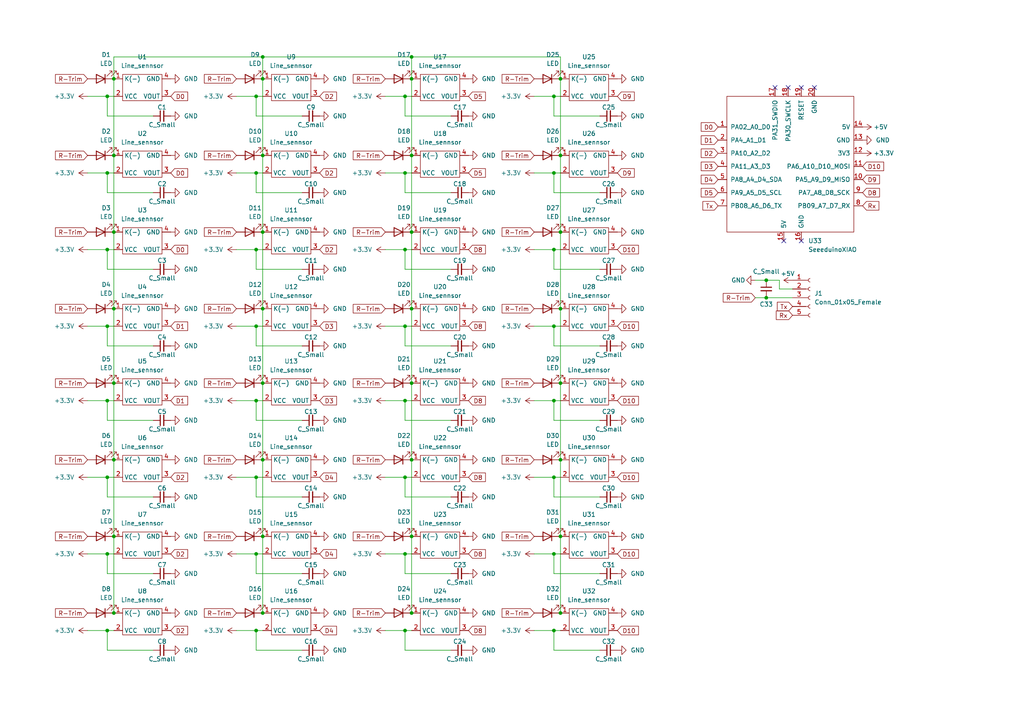
<source format=kicad_sch>
(kicad_sch (version 20211123) (generator eeschema)
  (paper "A4")
  (junction (at 117.475 72.39))
  (junction (at 31.115 94.615))
  (junction (at 160.655 160.655))
  (junction (at 74.295 160.655))
  (junction (at 31.115 27.94))
  (junction (at 119.38 67.31))
  (junction (at 76.2 67.31))
  (junction (at 31.115 116.205))
  (junction (at 76.2 22.86))
  (junction (at 74.295 138.43))
  (junction (at 33.02 45.085))
  (junction (at 117.475 27.94))
  (junction (at 33.02 89.535))
  (junction (at 33.02 155.575))
  (junction (at 31.115 160.655))
  (junction (at 76.2 45.085))
  (junction (at 74.295 50.165))
  (junction (at 119.38 155.575))
  (junction (at 117.475 182.88))
  (junction (at 119.38 16.51))
  (junction (at 117.475 50.165))
  (junction (at 33.02 177.8))
  (junction (at 31.115 50.165))
  (junction (at 119.38 111.125))
  (junction (at 76.2 16.51))
  (junction (at 31.115 182.88))
  (junction (at 162.56 155.575))
  (junction (at 160.655 116.205))
  (junction (at 74.295 27.94))
  (junction (at 117.475 116.205))
  (junction (at 222.25 81.28))
  (junction (at 162.56 177.8))
  (junction (at 31.115 138.43))
  (junction (at 33.02 111.125))
  (junction (at 74.295 72.39))
  (junction (at 160.655 27.94))
  (junction (at 33.02 133.35))
  (junction (at 76.2 89.535))
  (junction (at 162.56 22.86))
  (junction (at 160.655 182.88))
  (junction (at 119.38 133.35))
  (junction (at 117.475 94.615))
  (junction (at 33.02 22.86))
  (junction (at 117.475 138.43))
  (junction (at 160.655 94.615))
  (junction (at 160.655 50.165))
  (junction (at 76.2 111.125))
  (junction (at 33.02 67.31))
  (junction (at 31.115 72.39))
  (junction (at 222.25 86.36))
  (junction (at 119.38 45.085))
  (junction (at 119.38 22.86))
  (junction (at 76.2 155.575))
  (junction (at 117.475 160.655))
  (junction (at 119.38 177.8))
  (junction (at 162.56 133.35))
  (junction (at 74.295 182.88))
  (junction (at 162.56 67.31))
  (junction (at 76.2 177.8))
  (junction (at 119.38 89.535))
  (junction (at 76.2 133.35))
  (junction (at 162.56 45.085))
  (junction (at 74.295 94.615))
  (junction (at 160.655 138.43))
  (junction (at 162.56 111.125))
  (junction (at 74.295 116.205))
  (junction (at 160.655 72.39))
  (junction (at 162.56 89.535))
  (no_connect (at 236.22 25.4))
  (no_connect (at 232.41 25.4))
  (no_connect (at 232.41 69.85))
  (no_connect (at 228.6 25.4))
  (no_connect (at 224.79 25.4))
  (no_connect (at 227.33 69.85))
  (wire (pts (xy 25.4 94.615) (xy 31.115 94.615)))
  (wire (pts (xy 160.655 116.205) (xy 162.56 116.205)))
  (wire (pts (xy 117.475 50.165) (xy 117.475 55.88)))
  (wire (pts (xy 74.295 138.43) (xy 74.295 144.145)))
  (wire (pts (xy 25.4 116.205) (xy 31.115 116.205)))
  (wire (pts (xy 68.58 138.43) (xy 74.295 138.43)))
  (wire (pts (xy 117.475 116.205) (xy 117.475 121.92)))
  (wire (pts (xy 76.2 67.31) (xy 76.2 89.535)))
  (wire (pts (xy 68.58 116.205) (xy 74.295 116.205)))
  (wire (pts (xy 154.94 116.205) (xy 160.655 116.205)))
  (wire (pts (xy 154.94 94.615) (xy 160.655 94.615)))
  (wire (pts (xy 74.295 144.145) (xy 87.63 144.145)))
  (wire (pts (xy 33.02 16.51) (xy 76.2 16.51)))
  (wire (pts (xy 74.295 116.205) (xy 76.2 116.205)))
  (wire (pts (xy 76.2 155.575) (xy 76.2 177.8)))
  (wire (pts (xy 160.655 94.615) (xy 162.56 94.615)))
  (wire (pts (xy 33.02 22.86) (xy 33.02 45.085)))
  (wire (pts (xy 222.25 86.36) (xy 229.87 86.36)))
  (wire (pts (xy 31.115 50.165) (xy 31.115 55.88)))
  (wire (pts (xy 154.94 160.655) (xy 160.655 160.655)))
  (wire (pts (xy 119.38 155.575) (xy 119.38 177.8)))
  (wire (pts (xy 33.02 133.35) (xy 33.02 155.575)))
  (wire (pts (xy 162.56 22.86) (xy 162.56 45.085)))
  (wire (pts (xy 160.655 160.655) (xy 160.655 166.37)))
  (wire (pts (xy 154.94 72.39) (xy 160.655 72.39)))
  (wire (pts (xy 160.655 160.655) (xy 162.56 160.655)))
  (wire (pts (xy 162.56 89.535) (xy 162.56 111.125)))
  (wire (pts (xy 76.2 22.86) (xy 76.2 45.085)))
  (wire (pts (xy 31.115 160.655) (xy 31.115 166.37)))
  (wire (pts (xy 74.295 72.39) (xy 76.2 72.39)))
  (wire (pts (xy 154.94 50.165) (xy 160.655 50.165)))
  (wire (pts (xy 31.115 50.165) (xy 33.02 50.165)))
  (wire (pts (xy 74.295 188.595) (xy 87.63 188.595)))
  (wire (pts (xy 31.115 27.94) (xy 31.115 33.655)))
  (wire (pts (xy 226.06 81.28) (xy 222.25 81.28)))
  (wire (pts (xy 74.295 55.88) (xy 87.63 55.88)))
  (wire (pts (xy 111.76 160.655) (xy 117.475 160.655)))
  (wire (pts (xy 160.655 72.39) (xy 162.56 72.39)))
  (wire (pts (xy 68.58 27.94) (xy 74.295 27.94)))
  (wire (pts (xy 160.655 33.655) (xy 173.99 33.655)))
  (wire (pts (xy 160.655 138.43) (xy 162.56 138.43)))
  (wire (pts (xy 160.655 138.43) (xy 160.655 144.145)))
  (wire (pts (xy 160.655 166.37) (xy 173.99 166.37)))
  (wire (pts (xy 219.075 81.28) (xy 222.25 81.28)))
  (wire (pts (xy 68.58 50.165) (xy 74.295 50.165)))
  (wire (pts (xy 31.115 72.39) (xy 33.02 72.39)))
  (wire (pts (xy 31.115 138.43) (xy 33.02 138.43)))
  (wire (pts (xy 162.56 155.575) (xy 162.56 177.8)))
  (wire (pts (xy 160.655 27.94) (xy 162.56 27.94)))
  (wire (pts (xy 74.295 50.165) (xy 74.295 55.88)))
  (wire (pts (xy 154.94 138.43) (xy 160.655 138.43)))
  (wire (pts (xy 31.115 100.33) (xy 44.45 100.33)))
  (wire (pts (xy 31.115 182.88) (xy 33.02 182.88)))
  (wire (pts (xy 74.295 27.94) (xy 76.2 27.94)))
  (wire (pts (xy 162.56 67.31) (xy 162.56 89.535)))
  (wire (pts (xy 160.655 78.105) (xy 173.99 78.105)))
  (wire (pts (xy 31.115 78.105) (xy 44.45 78.105)))
  (wire (pts (xy 74.295 138.43) (xy 76.2 138.43)))
  (wire (pts (xy 74.295 160.655) (xy 74.295 166.37)))
  (wire (pts (xy 117.475 72.39) (xy 119.38 72.39)))
  (wire (pts (xy 160.655 116.205) (xy 160.655 121.92)))
  (wire (pts (xy 111.76 27.94) (xy 117.475 27.94)))
  (wire (pts (xy 111.76 94.615) (xy 117.475 94.615)))
  (wire (pts (xy 117.475 188.595) (xy 130.81 188.595)))
  (wire (pts (xy 74.295 27.94) (xy 74.295 33.655)))
  (wire (pts (xy 31.115 94.615) (xy 31.115 100.33)))
  (wire (pts (xy 117.475 160.655) (xy 117.475 166.37)))
  (wire (pts (xy 74.295 160.655) (xy 76.2 160.655)))
  (wire (pts (xy 31.115 166.37) (xy 44.45 166.37)))
  (wire (pts (xy 68.58 160.655) (xy 74.295 160.655)))
  (wire (pts (xy 31.115 116.205) (xy 31.115 121.92)))
  (wire (pts (xy 117.475 27.94) (xy 119.38 27.94)))
  (wire (pts (xy 33.02 155.575) (xy 33.02 177.8)))
  (wire (pts (xy 74.295 33.655) (xy 87.63 33.655)))
  (wire (pts (xy 160.655 50.165) (xy 160.655 55.88)))
  (wire (pts (xy 76.2 111.125) (xy 76.2 133.35)))
  (wire (pts (xy 117.475 182.88) (xy 117.475 188.595)))
  (wire (pts (xy 33.02 111.125) (xy 33.02 133.35)))
  (wire (pts (xy 117.475 182.88) (xy 119.38 182.88)))
  (wire (pts (xy 117.475 94.615) (xy 117.475 100.33)))
  (wire (pts (xy 31.115 144.145) (xy 44.45 144.145)))
  (wire (pts (xy 111.76 138.43) (xy 117.475 138.43)))
  (wire (pts (xy 119.38 67.31) (xy 119.38 89.535)))
  (wire (pts (xy 160.655 27.94) (xy 160.655 33.655)))
  (wire (pts (xy 160.655 182.88) (xy 160.655 188.595)))
  (wire (pts (xy 31.115 121.92) (xy 44.45 121.92)))
  (wire (pts (xy 33.02 89.535) (xy 33.02 111.125)))
  (wire (pts (xy 162.56 16.51) (xy 162.56 22.86)))
  (wire (pts (xy 31.115 188.595) (xy 44.45 188.595)))
  (wire (pts (xy 117.475 121.92) (xy 130.81 121.92)))
  (wire (pts (xy 25.4 50.165) (xy 31.115 50.165)))
  (wire (pts (xy 76.2 16.51) (xy 76.2 22.86)))
  (wire (pts (xy 117.475 138.43) (xy 117.475 144.145)))
  (wire (pts (xy 117.475 55.88) (xy 130.81 55.88)))
  (wire (pts (xy 154.94 182.88) (xy 160.655 182.88)))
  (wire (pts (xy 31.115 72.39) (xy 31.115 78.105)))
  (wire (pts (xy 33.02 22.86) (xy 33.02 16.51)))
  (wire (pts (xy 25.4 182.88) (xy 31.115 182.88)))
  (wire (pts (xy 162.56 45.085) (xy 162.56 67.31)))
  (wire (pts (xy 111.76 72.39) (xy 117.475 72.39)))
  (wire (pts (xy 76.2 45.085) (xy 76.2 67.31)))
  (wire (pts (xy 74.295 50.165) (xy 76.2 50.165)))
  (wire (pts (xy 160.655 94.615) (xy 160.655 100.33)))
  (wire (pts (xy 119.38 45.085) (xy 119.38 67.31)))
  (wire (pts (xy 160.655 121.92) (xy 173.99 121.92)))
  (wire (pts (xy 162.56 111.125) (xy 162.56 133.35)))
  (wire (pts (xy 74.295 94.615) (xy 74.295 100.33)))
  (wire (pts (xy 31.115 55.88) (xy 44.45 55.88)))
  (wire (pts (xy 117.475 78.105) (xy 130.81 78.105)))
  (wire (pts (xy 117.475 50.165) (xy 119.38 50.165)))
  (wire (pts (xy 154.94 27.94) (xy 160.655 27.94)))
  (wire (pts (xy 25.4 138.43) (xy 31.115 138.43)))
  (wire (pts (xy 117.475 33.655) (xy 130.81 33.655)))
  (wire (pts (xy 74.295 182.88) (xy 74.295 188.595)))
  (wire (pts (xy 31.115 138.43) (xy 31.115 144.145)))
  (wire (pts (xy 74.295 78.105) (xy 87.63 78.105)))
  (wire (pts (xy 74.295 94.615) (xy 76.2 94.615)))
  (wire (pts (xy 117.475 72.39) (xy 117.475 78.105)))
  (wire (pts (xy 119.38 133.35) (xy 119.38 155.575)))
  (wire (pts (xy 33.02 67.31) (xy 33.02 89.535)))
  (wire (pts (xy 117.475 160.655) (xy 119.38 160.655)))
  (wire (pts (xy 117.475 138.43) (xy 119.38 138.43)))
  (wire (pts (xy 25.4 160.655) (xy 31.115 160.655)))
  (wire (pts (xy 25.4 27.94) (xy 31.115 27.94)))
  (wire (pts (xy 33.02 45.085) (xy 33.02 67.31)))
  (wire (pts (xy 31.115 182.88) (xy 31.115 188.595)))
  (wire (pts (xy 160.655 50.165) (xy 162.56 50.165)))
  (wire (pts (xy 111.76 182.88) (xy 117.475 182.88)))
  (wire (pts (xy 119.38 22.86) (xy 119.38 45.085)))
  (wire (pts (xy 31.115 33.655) (xy 44.45 33.655)))
  (wire (pts (xy 117.475 144.145) (xy 130.81 144.145)))
  (wire (pts (xy 160.655 72.39) (xy 160.655 78.105)))
  (wire (pts (xy 74.295 72.39) (xy 74.295 78.105)))
  (wire (pts (xy 226.06 83.82) (xy 229.87 83.82)))
  (wire (pts (xy 162.56 133.35) (xy 162.56 155.575)))
  (wire (pts (xy 117.475 94.615) (xy 119.38 94.615)))
  (wire (pts (xy 31.115 116.205) (xy 33.02 116.205)))
  (wire (pts (xy 117.475 100.33) (xy 130.81 100.33)))
  (wire (pts (xy 68.58 94.615) (xy 74.295 94.615)))
  (wire (pts (xy 160.655 55.88) (xy 173.99 55.88)))
  (wire (pts (xy 31.115 94.615) (xy 33.02 94.615)))
  (wire (pts (xy 74.295 121.92) (xy 87.63 121.92)))
  (wire (pts (xy 117.475 166.37) (xy 130.81 166.37)))
  (wire (pts (xy 25.4 72.39) (xy 31.115 72.39)))
  (wire (pts (xy 74.295 166.37) (xy 87.63 166.37)))
  (wire (pts (xy 119.38 16.51) (xy 162.56 16.51)))
  (wire (pts (xy 117.475 27.94) (xy 117.475 33.655)))
  (wire (pts (xy 111.76 116.205) (xy 117.475 116.205)))
  (wire (pts (xy 31.115 27.94) (xy 33.02 27.94)))
  (wire (pts (xy 68.58 72.39) (xy 74.295 72.39)))
  (wire (pts (xy 160.655 100.33) (xy 173.99 100.33)))
  (wire (pts (xy 76.2 89.535) (xy 76.2 111.125)))
  (wire (pts (xy 76.2 16.51) (xy 119.38 16.51)))
  (wire (pts (xy 119.38 111.125) (xy 119.38 133.35)))
  (wire (pts (xy 74.295 116.205) (xy 74.295 121.92)))
  (wire (pts (xy 160.655 182.88) (xy 162.56 182.88)))
  (wire (pts (xy 74.295 182.88) (xy 76.2 182.88)))
  (wire (pts (xy 68.58 182.88) (xy 74.295 182.88)))
  (wire (pts (xy 160.655 144.145) (xy 173.99 144.145)))
  (wire (pts (xy 74.295 100.33) (xy 87.63 100.33)))
  (wire (pts (xy 160.655 188.595) (xy 173.99 188.595)))
  (wire (pts (xy 117.475 116.205) (xy 119.38 116.205)))
  (wire (pts (xy 76.2 133.35) (xy 76.2 155.575)))
  (wire (pts (xy 31.115 160.655) (xy 33.02 160.655)))
  (wire (pts (xy 111.76 50.165) (xy 117.475 50.165)))
  (wire (pts (xy 226.06 83.82) (xy 226.06 81.28)))
  (wire (pts (xy 119.38 16.51) (xy 119.38 22.86)))
  (wire (pts (xy 119.38 89.535) (xy 119.38 111.125)))
  (wire (pts (xy 219.075 86.36) (xy 222.25 86.36)))
  (global_label "D2" (shape input) (at 92.71 50.165 0) (property "Intersheet References" "${INTERSHEET_REFS}" (effects hide)))
  (global_label "R-Trim" (shape input) (at 68.58 45.085 180) (property "Intersheet References" "${INTERSHEET_REFS}" (effects hide)))
  (global_label "D5" (shape input) (at 135.89 27.94 0) (property "Intersheet References" "${INTERSHEET_REFS}" (effects hide)))
  (global_label "R-Trim" (shape input) (at 111.76 177.8 180) (property "Intersheet References" "${INTERSHEET_REFS}" (effects hide)))
  (global_label "R-Trim" (shape input) (at 154.94 45.085 180) (property "Intersheet References" "${INTERSHEET_REFS}" (effects hide)))
  (global_label "D5" (shape input) (at 135.89 50.165 0) (property "Intersheet References" "${INTERSHEET_REFS}" (effects hide)))
  (global_label "D8" (shape input) (at 135.89 182.88 0) (property "Intersheet References" "${INTERSHEET_REFS}" (effects hide)))
  (global_label "R-Trim" (shape input) (at 25.4 111.125 180) (property "Intersheet References" "${INTERSHEET_REFS}" (effects hide)))
  (global_label "R-Trim" (shape input) (at 68.58 22.86 180) (property "Intersheet References" "${INTERSHEET_REFS}" (effects hide)))
  (global_label "D4" (shape input) (at 208.28 52.07 180) (property "Intersheet References" "${INTERSHEET_REFS}" (effects hide)))
  (global_label "D2" (shape input) (at 49.53 182.88 0) (property "Intersheet References" "${INTERSHEET_REFS}" (effects hide)))
  (global_label "R-Trim" (shape input) (at 154.94 22.86 180) (property "Intersheet References" "${INTERSHEET_REFS}" (effects hide)))
  (global_label "D4" (shape input) (at 92.71 160.655 0) (property "Intersheet References" "${INTERSHEET_REFS}" (effects hide)))
  (global_label "R-Trim" (shape input) (at 68.58 155.575 180) (property "Intersheet References" "${INTERSHEET_REFS}" (effects hide)))
  (global_label "D2" (shape input) (at 208.28 44.45 180) (property "Intersheet References" "${INTERSHEET_REFS}" (effects hide)))
  (global_label "R-Trim" (shape input) (at 68.58 111.125 180) (property "Intersheet References" "${INTERSHEET_REFS}" (effects hide)))
  (global_label "D10" (shape input) (at 179.07 160.655 0) (property "Intersheet References" "${INTERSHEET_REFS}" (effects hide)))
  (global_label "R-Trim" (shape input) (at 25.4 22.86 180) (property "Intersheet References" "${INTERSHEET_REFS}" (effects hide)))
  (global_label "R-Trim" (shape input) (at 25.4 67.31 180) (property "Intersheet References" "${INTERSHEET_REFS}" (effects hide)))
  (global_label "R-Trim" (shape input) (at 111.76 67.31 180) (property "Intersheet References" "${INTERSHEET_REFS}" (effects hide)))
  (global_label "D4" (shape input) (at 92.71 138.43 0) (property "Intersheet References" "${INTERSHEET_REFS}" (effects hide)))
  (global_label "D10" (shape input) (at 179.07 182.88 0) (property "Intersheet References" "${INTERSHEET_REFS}" (effects hide)))
  (global_label "D8" (shape input) (at 135.89 160.655 0) (property "Intersheet References" "${INTERSHEET_REFS}" (effects hide)))
  (global_label "R-Trim" (shape input) (at 111.76 45.085 180) (property "Intersheet References" "${INTERSHEET_REFS}" (effects hide)))
  (global_label "R-Trim" (shape input) (at 68.58 177.8 180) (property "Intersheet References" "${INTERSHEET_REFS}" (effects hide)))
  (global_label "D0" (shape input) (at 208.28 36.83 180) (property "Intersheet References" "${INTERSHEET_REFS}" (effects hide)))
  (global_label "Tx" (shape input) (at 229.87 88.9 180) (property "Intersheet References" "${INTERSHEET_REFS}" (effects hide)))
  (global_label "R-Trim" (shape input) (at 154.94 67.31 180) (property "Intersheet References" "${INTERSHEET_REFS}" (effects hide)))
  (global_label "R-Trim" (shape input) (at 111.76 22.86 180) (property "Intersheet References" "${INTERSHEET_REFS}" (effects hide)))
  (global_label "R-Trim" (shape input) (at 219.075 86.36 180) (property "Intersheet References" "${INTERSHEET_REFS}" (effects hide)))
  (global_label "D3" (shape input) (at 208.28 48.26 180) (property "Intersheet References" "${INTERSHEET_REFS}" (effects hide)))
  (global_label "D4" (shape input) (at 92.71 182.88 0) (property "Intersheet References" "${INTERSHEET_REFS}" (effects hide)))
  (global_label "D0" (shape input) (at 49.53 50.165 0) (property "Intersheet References" "${INTERSHEET_REFS}" (effects hide)))
  (global_label "D10" (shape input) (at 179.07 138.43 0) (property "Intersheet References" "${INTERSHEET_REFS}" (effects hide)))
  (global_label "Rx" (shape input) (at 250.19 59.69 0) (property "Intersheet References" "${INTERSHEET_REFS}" (effects hide)))
  (global_label "R-Trim" (shape input) (at 154.94 89.535 180) (property "Intersheet References" "${INTERSHEET_REFS}" (effects hide)))
  (global_label "R-Trim" (shape input) (at 25.4 177.8 180) (property "Intersheet References" "${INTERSHEET_REFS}" (effects hide)))
  (global_label "D9" (shape input) (at 250.19 52.07 0) (property "Intersheet References" "${INTERSHEET_REFS}" (effects hide)))
  (global_label "Tx" (shape input) (at 208.28 59.69 180) (property "Intersheet References" "${INTERSHEET_REFS}" (effects hide)))
  (global_label "D1" (shape input) (at 208.28 40.64 180) (property "Intersheet References" "${INTERSHEET_REFS}" (effects hide)))
  (global_label "D8" (shape input) (at 135.89 138.43 0) (property "Intersheet References" "${INTERSHEET_REFS}" (effects hide)))
  (global_label "R-Trim" (shape input) (at 154.94 177.8 180) (property "Intersheet References" "${INTERSHEET_REFS}" (effects hide)))
  (global_label "D9" (shape input) (at 179.07 27.94 0) (property "Intersheet References" "${INTERSHEET_REFS}" (effects hide)))
  (global_label "R-Trim" (shape input) (at 154.94 155.575 180) (property "Intersheet References" "${INTERSHEET_REFS}" (effects hide)))
  (global_label "D0" (shape input) (at 49.53 27.94 0) (property "Intersheet References" "${INTERSHEET_REFS}" (effects hide)))
  (global_label "D10" (shape input) (at 179.07 116.205 0) (property "Intersheet References" "${INTERSHEET_REFS}" (effects hide)))
  (global_label "D1" (shape input) (at 49.53 94.615 0) (property "Intersheet References" "${INTERSHEET_REFS}" (effects hide)))
  (global_label "D9" (shape input) (at 179.07 50.165 0) (property "Intersheet References" "${INTERSHEET_REFS}" (effects hide)))
  (global_label "D3" (shape input) (at 92.71 94.615 0) (property "Intersheet References" "${INTERSHEET_REFS}" (effects hide)))
  (global_label "R-Trim" (shape input) (at 111.76 111.125 180) (property "Intersheet References" "${INTERSHEET_REFS}" (effects hide)))
  (global_label "R-Trim" (shape input) (at 68.58 89.535 180) (property "Intersheet References" "${INTERSHEET_REFS}" (effects hide)))
  (global_label "R-Trim" (shape input) (at 154.94 111.125 180) (property "Intersheet References" "${INTERSHEET_REFS}" (effects hide)))
  (global_label "D5" (shape input) (at 208.28 55.88 180) (property "Intersheet References" "${INTERSHEET_REFS}" (effects hide)))
  (global_label "R-Trim" (shape input) (at 111.76 155.575 180) (property "Intersheet References" "${INTERSHEET_REFS}" (effects hide)))
  (global_label "R-Trim" (shape input) (at 25.4 155.575 180) (property "Intersheet References" "${INTERSHEET_REFS}" (effects hide)))
  (global_label "Rx" (shape input) (at 229.87 91.44 180) (property "Intersheet References" "${INTERSHEET_REFS}" (effects hide)))
  (global_label "R-Trim" (shape input) (at 68.58 67.31 180) (property "Intersheet References" "${INTERSHEET_REFS}" (effects hide)))
  (global_label "R-Trim" (shape input) (at 25.4 89.535 180) (property "Intersheet References" "${INTERSHEET_REFS}" (effects hide)))
  (global_label "D2" (shape input) (at 49.53 138.43 0) (property "Intersheet References" "${INTERSHEET_REFS}" (effects hide)))
  (global_label "D8" (shape input) (at 135.89 116.205 0) (property "Intersheet References" "${INTERSHEET_REFS}" (effects hide)))
  (global_label "D8" (shape input) (at 135.89 72.39 0) (property "Intersheet References" "${INTERSHEET_REFS}" (effects hide)))
  (global_label "R-Trim" (shape input) (at 111.76 133.35 180) (property "Intersheet References" "${INTERSHEET_REFS}" (effects hide)))
  (global_label "D3" (shape input) (at 92.71 116.205 0) (property "Intersheet References" "${INTERSHEET_REFS}" (effects hide)))
  (global_label "D0" (shape input) (at 49.53 72.39 0) (property "Intersheet References" "${INTERSHEET_REFS}" (effects hide)))
  (global_label "D2" (shape input) (at 92.71 72.39 0) (property "Intersheet References" "${INTERSHEET_REFS}" (effects hide)))
  (global_label "D10" (shape input) (at 250.19 48.26 0) (property "Intersheet References" "${INTERSHEET_REFS}" (effects hide)))
  (global_label "D8" (shape input) (at 135.89 94.615 0) (property "Intersheet References" "${INTERSHEET_REFS}" (effects hide)))
  (global_label "D8" (shape input) (at 250.19 55.88 0) (property "Intersheet References" "${INTERSHEET_REFS}" (effects hide)))
  (global_label "R-Trim" (shape input) (at 25.4 45.085 180) (property "Intersheet References" "${INTERSHEET_REFS}" (effects hide)))
  (global_label "R-Trim" (shape input) (at 154.94 133.35 180) (property "Intersheet References" "${INTERSHEET_REFS}" (effects hide)))
  (global_label "R-Trim" (shape input) (at 111.76 89.535 180) (property "Intersheet References" "${INTERSHEET_REFS}" (effects hide)))
  (global_label "D1" (shape input) (at 49.53 116.205 0) (property "Intersheet References" "${INTERSHEET_REFS}" (effects hide)))
  (global_label "R-Trim" (shape input) (at 68.58 133.35 180) (property "Intersheet References" "${INTERSHEET_REFS}" (effects hide)))
  (global_label "D2" (shape input) (at 49.53 160.655 0) (property "Intersheet References" "${INTERSHEET_REFS}" (effects hide)))
  (global_label "D10" (shape input) (at 179.07 94.615 0) (property "Intersheet References" "${INTERSHEET_REFS}" (effects hide)))
  (global_label "D2" (shape input) (at 92.71 27.94 0) (property "Intersheet References" "${INTERSHEET_REFS}" (effects hide)))
  (global_label "R-Trim" (shape input) (at 25.4 133.35 180) (property "Intersheet References" "${INTERSHEET_REFS}" (effects hide)))
  (global_label "D10" (shape input) (at 179.07 72.39 0) (property "Intersheet References" "${INTERSHEET_REFS}" (effects hide)))
  (symbol (lib_id "Line_Sensor:Line_sennsor") (at 171.45 64.77 0) (unit 1)
    (property "Reference" "U27" (at 170.815 60.96 0))
    (property "Value" "Line_sennsor" (at 170.815 63.5 0))
    (property "Footprint" "Line_Sensor:Line_Sensor_SMD" (effects hide))
  )
  (symbol (lib_id "power:GND") (at 49.53 133.35 90) (unit 1)
    (property "Reference" "#PWR019" (effects hide))
    (property "Value" "GND" (at 53.34 133.3499 90) (effects (justify right)))
  )
  (symbol (lib_id "Device:C_Small") (at 133.35 55.88 90) (unit 1)
    (property "Reference" "C18" (at 133.35 53.34 90))
    (property "Value" "C_Small" (at 133.35 58.42 90))
    (property "Footprint" "Capacitor_THT:C_Disc_D3.8mm_W2.6mm_P2.50mm" (effects hide))
  )
  (symbol (lib_id "power:+3.3V") (at 25.4 160.655 90) (unit 1)
    (property "Reference" "#PWR07" (effects hide))
    (property "Value" "+3.3V" (at 21.59 160.6549 90) (effects (justify left)))
  )
  (symbol (lib_id "Device:C_Small") (at 176.53 78.105 90) (unit 1)
    (property "Reference" "C27" (at 176.53 75.565 90))
    (property "Value" "C_Small" (at 176.53 80.645 90))
    (property "Footprint" "Capacitor_THT:C_Disc_D3.8mm_W2.6mm_P2.50mm" (effects hide))
  )
  (symbol (lib_id "Line_Sensor:Line_sennsor") (at 171.45 153.035 0) (unit 1)
    (property "Reference" "U31" (at 170.815 149.225 0))
    (property "Value" "Line_sennsor" (at 170.815 151.765 0))
    (property "Footprint" "Line_Sensor:Line_Sensor_SMD" (effects hide))
  )
  (symbol (lib_id "Line_Sensor:Line_sennsor") (at 171.45 86.995 0) (unit 1)
    (property "Reference" "U28" (at 170.815 83.185 0))
    (property "Value" "Line_sennsor" (at 170.815 85.725 0))
    (property "Footprint" "Line_Sensor:Line_Sensor_SMD" (effects hide))
  )
  (symbol (lib_id "power:+3.3V") (at 154.94 182.88 90) (unit 1)
    (property "Reference" "#PWR080" (effects hide))
    (property "Value" "+3.3V" (at 151.13 182.8799 90) (effects (justify left)))
  )
  (symbol (lib_id "power:GND") (at 135.89 133.35 90) (unit 1)
    (property "Reference" "#PWR067" (effects hide))
    (property "Value" "GND" (at 139.7 133.3499 90) (effects (justify right)))
  )
  (symbol (lib_id "power:GND") (at 92.71 188.595 90) (unit 1)
    (property "Reference" "#PWR048" (effects hide))
    (property "Value" "GND" (at 96.52 188.5949 90) (effects (justify right)))
  )
  (symbol (lib_id "power:GND") (at 135.89 67.31 90) (unit 1)
    (property "Reference" "#PWR061" (effects hide))
    (property "Value" "GND" (at 139.7 67.3099 90) (effects (justify right)))
  )
  (symbol (lib_id "power:GND") (at 49.53 22.86 90) (unit 1)
    (property "Reference" "#PWR09" (effects hide))
    (property "Value" "GND" (at 53.34 22.8599 90) (effects (justify right)))
  )
  (symbol (lib_id "power:GND") (at 92.71 45.085 90) (unit 1)
    (property "Reference" "#PWR035" (effects hide))
    (property "Value" "GND" (at 96.52 45.0849 90) (effects (justify right)))
  )
  (symbol (lib_id "Device:C_Small") (at 90.17 78.105 90) (unit 1)
    (property "Reference" "C11" (at 90.17 75.565 90))
    (property "Value" "C_Small" (at 90.17 80.645 90))
    (property "Footprint" "Capacitor_THT:C_Disc_D3.8mm_W2.6mm_P2.50mm" (effects hide))
  )
  (symbol (lib_id "power:GND") (at 49.53 177.8 90) (unit 1)
    (property "Reference" "#PWR023" (effects hide))
    (property "Value" "GND" (at 53.34 177.7999 90) (effects (justify right)))
  )
  (symbol (lib_id "Device:LED") (at 115.57 22.86 180) (unit 1)
    (property "Reference" "D17" (at 117.1575 15.875 0))
    (property "Value" "LED" (at 117.1575 18.415 0))
    (property "Footprint" "LED_THT:LED_D3.0mm_Clear" (effects hide))
  )
  (symbol (lib_id "power:+3.3V") (at 68.58 138.43 90) (unit 1)
    (property "Reference" "#PWR030" (effects hide))
    (property "Value" "+3.3V" (at 64.77 138.4299 90) (effects (justify left)))
  )
  (symbol (lib_id "power:+3.3V") (at 111.76 27.94 90) (unit 1)
    (property "Reference" "#PWR049" (effects hide))
    (property "Value" "+3.3V" (at 107.95 27.9399 90) (effects (justify left)))
  )
  (symbol (lib_id "Line_Sensor:Line_sennsor") (at 85.09 64.77 0) (unit 1)
    (property "Reference" "U11" (at 84.455 60.96 0))
    (property "Value" "Line_sennsor" (at 84.455 63.5 0))
    (property "Footprint" "Line_Sensor:Line_Sensor_SMD" (effects hide))
  )
  (symbol (lib_id "Device:C_Small") (at 90.17 100.33 90) (unit 1)
    (property "Reference" "C12" (at 90.17 97.79 90))
    (property "Value" "C_Small" (at 90.17 102.87 90))
    (property "Footprint" "Capacitor_THT:C_Disc_D3.8mm_W2.6mm_P2.50mm" (effects hide))
  )
  (symbol (lib_id "power:GND") (at 49.53 155.575 90) (unit 1)
    (property "Reference" "#PWR021" (effects hide))
    (property "Value" "GND" (at 53.34 155.5749 90) (effects (justify right)))
  )
  (symbol (lib_id "power:GND") (at 49.53 144.145 90) (unit 1)
    (property "Reference" "#PWR020" (effects hide))
    (property "Value" "GND" (at 53.34 144.1449 90) (effects (justify right)))
  )
  (symbol (lib_id "power:+3.3V") (at 111.76 72.39 90) (unit 1)
    (property "Reference" "#PWR051" (effects hide))
    (property "Value" "+3.3V" (at 107.95 72.3899 90) (effects (justify left)))
  )
  (symbol (lib_id "Device:C_Small") (at 46.99 55.88 90) (unit 1)
    (property "Reference" "C2" (at 46.99 53.34 90))
    (property "Value" "C_Small" (at 46.99 58.42 90))
    (property "Footprint" "Capacitor_THT:C_Disc_D3.8mm_W2.6mm_P2.50mm" (effects hide))
  )
  (symbol (lib_id "Device:LED") (at 72.39 67.31 180) (unit 1)
    (property "Reference" "D11" (at 73.9775 60.325 0))
    (property "Value" "LED" (at 73.9775 62.865 0))
    (property "Footprint" "LED_THT:LED_D3.0mm_Clear" (effects hide))
  )
  (symbol (lib_id "power:GND") (at 179.07 155.575 90) (unit 1)
    (property "Reference" "#PWR093" (effects hide))
    (property "Value" "GND" (at 182.88 155.5749 90) (effects (justify right)))
  )
  (symbol (lib_id "Device:LED") (at 29.21 22.86 180) (unit 1)
    (property "Reference" "D1" (at 30.7975 15.875 0))
    (property "Value" "LED" (at 30.7975 18.415 0))
    (property "Footprint" "LED_THT:LED_D3.0mm_Clear" (effects hide))
  )
  (symbol (lib_id "power:GND") (at 179.07 111.125 90) (unit 1)
    (property "Reference" "#PWR089" (effects hide))
    (property "Value" "GND" (at 182.88 111.1249 90) (effects (justify right)))
  )
  (symbol (lib_id "Line_Sensor:Line_sennsor") (at 41.91 86.995 0) (unit 1)
    (property "Reference" "U4" (at 41.275 83.185 0))
    (property "Value" "Line_sennsor" (at 41.275 85.725 0))
    (property "Footprint" "Line_Sensor:Line_Sensor_SMD" (effects hide))
  )
  (symbol (lib_id "power:+3.3V") (at 111.76 50.165 90) (unit 1)
    (property "Reference" "#PWR050" (effects hide))
    (property "Value" "+3.3V" (at 107.95 50.1649 90) (effects (justify left)))
  )
  (symbol (lib_id "Device:LED") (at 29.21 111.125 180) (unit 1)
    (property "Reference" "D5" (at 30.7975 104.14 0))
    (property "Value" "LED" (at 30.7975 106.68 0))
    (property "Footprint" "LED_THT:LED_D3.0mm_Clear" (effects hide))
  )
  (symbol (lib_id "Line_Sensor:Line_sennsor") (at 128.27 153.035 0) (unit 1)
    (property "Reference" "U23" (at 127.635 149.225 0))
    (property "Value" "Line_sennsor" (at 127.635 151.765 0))
    (property "Footprint" "Line_Sensor:Line_Sensor_SMD" (effects hide))
  )
  (symbol (lib_id "Line_Sensor:Line_sennsor") (at 85.09 108.585 0) (unit 1)
    (property "Reference" "U13" (at 84.455 104.775 0))
    (property "Value" "Line_sennsor" (at 84.455 107.315 0))
    (property "Footprint" "Line_Sensor:Line_Sensor_SMD" (effects hide))
  )
  (symbol (lib_id "Device:LED") (at 158.75 45.085 180) (unit 1)
    (property "Reference" "D26" (at 160.3375 38.1 0))
    (property "Value" "LED" (at 160.3375 40.64 0))
    (property "Footprint" "LED_THT:LED_D3.0mm_Clear" (effects hide))
  )
  (symbol (lib_id "Device:C_Small") (at 176.53 33.655 90) (unit 1)
    (property "Reference" "C25" (at 176.53 31.115 90))
    (property "Value" "C_Small" (at 176.53 36.195 90))
    (property "Footprint" "Capacitor_THT:C_Disc_D3.8mm_W2.6mm_P2.50mm" (effects hide))
  )
  (symbol (lib_id "Device:C_Small") (at 90.17 188.595 90) (unit 1)
    (property "Reference" "C16" (at 90.17 186.055 90))
    (property "Value" "C_Small" (at 90.17 191.135 90))
    (property "Footprint" "Capacitor_THT:C_Disc_D3.8mm_W2.6mm_P2.50mm" (effects hide))
  )
  (symbol (lib_id "Device:C_Small") (at 133.35 121.92 90) (unit 1)
    (property "Reference" "C21" (at 133.35 119.38 90))
    (property "Value" "C_Small" (at 133.35 124.46 90))
    (property "Footprint" "Capacitor_THT:C_Disc_D3.8mm_W2.6mm_P2.50mm" (effects hide))
  )
  (symbol (lib_id "Line_Sensor:Line_sennsor") (at 41.91 130.81 0) (unit 1)
    (property "Reference" "U6" (at 41.275 127 0))
    (property "Value" "Line_sennsor" (at 41.275 129.54 0))
    (property "Footprint" "Line_Sensor:Line_Sensor_SMD" (effects hide))
  )
  (symbol (lib_id "power:+3.3V") (at 111.76 160.655 90) (unit 1)
    (property "Reference" "#PWR055" (effects hide))
    (property "Value" "+3.3V" (at 107.95 160.6549 90) (effects (justify left)))
  )
  (symbol (lib_id "Device:LED") (at 72.39 45.085 180) (unit 1)
    (property "Reference" "D10" (at 73.9775 38.1 0))
    (property "Value" "LED" (at 73.9775 40.64 0))
    (property "Footprint" "LED_THT:LED_D3.0mm_Clear" (effects hide))
  )
  (symbol (lib_id "Device:C_Small") (at 46.99 78.105 90) (unit 1)
    (property "Reference" "C3" (at 46.99 75.565 90))
    (property "Value" "C_Small" (at 46.99 80.645 90))
    (property "Footprint" "Capacitor_THT:C_Disc_D3.8mm_W2.6mm_P2.50mm" (effects hide))
  )
  (symbol (lib_id "power:+3.3V") (at 154.94 94.615 90) (unit 1)
    (property "Reference" "#PWR076" (effects hide))
    (property "Value" "+3.3V" (at 151.13 94.6149 90) (effects (justify left)))
  )
  (symbol (lib_id "Device:C_Small") (at 176.53 166.37 90) (unit 1)
    (property "Reference" "C31" (at 176.53 163.83 90))
    (property "Value" "C_Small" (at 176.53 168.91 90))
    (property "Footprint" "Capacitor_THT:C_Disc_D3.8mm_W2.6mm_P2.50mm" (effects hide))
  )
  (symbol (lib_id "power:+3.3V") (at 68.58 50.165 90) (unit 1)
    (property "Reference" "#PWR026" (effects hide))
    (property "Value" "+3.3V" (at 64.77 50.1649 90) (effects (justify left)))
  )
  (symbol (lib_id "power:GND") (at 49.53 166.37 90) (unit 1)
    (property "Reference" "#PWR022" (effects hide))
    (property "Value" "GND" (at 53.34 166.3699 90) (effects (justify right)))
  )
  (symbol (lib_id "power:GND") (at 92.71 22.86 90) (unit 1)
    (property "Reference" "#PWR033" (effects hide))
    (property "Value" "GND" (at 96.52 22.8599 90) (effects (justify right)))
  )
  (symbol (lib_id "power:+3.3V") (at 68.58 160.655 90) (unit 1)
    (property "Reference" "#PWR031" (effects hide))
    (property "Value" "+3.3V" (at 64.77 160.6549 90) (effects (justify left)))
  )
  (symbol (lib_id "Line_Sensor:Line_sennsor") (at 171.45 130.81 0) (unit 1)
    (property "Reference" "U30" (at 170.815 127 0))
    (property "Value" "Line_sennsor" (at 170.815 129.54 0))
    (property "Footprint" "Line_Sensor:Line_Sensor_SMD" (effects hide))
  )
  (symbol (lib_id "power:GND") (at 92.71 111.125 90) (unit 1)
    (property "Reference" "#PWR041" (effects hide))
    (property "Value" "GND" (at 96.52 111.1249 90) (effects (justify right)))
  )
  (symbol (lib_id "power:GND") (at 179.07 177.8 90) (unit 1)
    (property "Reference" "#PWR095" (effects hide))
    (property "Value" "GND" (at 182.88 177.7999 90) (effects (justify right)))
  )
  (symbol (lib_id "Device:C_Small") (at 133.35 100.33 90) (unit 1)
    (property "Reference" "C20" (at 133.35 97.79 90))
    (property "Value" "C_Small" (at 133.35 102.87 90))
    (property "Footprint" "Capacitor_THT:C_Disc_D3.8mm_W2.6mm_P2.50mm" (effects hide))
  )
  (symbol (lib_id "power:GND") (at 92.71 144.145 90) (unit 1)
    (property "Reference" "#PWR044" (effects hide))
    (property "Value" "GND" (at 96.52 144.1449 90) (effects (justify right)))
  )
  (symbol (lib_id "Line_Sensor:Line_sennsor") (at 171.45 42.545 0) (unit 1)
    (property "Reference" "U26" (at 170.815 38.735 0))
    (property "Value" "Line_sennsor" (at 170.815 41.275 0))
    (property "Footprint" "Line_Sensor:Line_Sensor_SMD" (effects hide))
  )
  (symbol (lib_id "power:GND") (at 250.19 40.64 90) (unit 1)
    (property "Reference" "#PWR0100" (effects hide))
    (property "Value" "GND" (at 254 40.6399 90) (effects (justify right)))
  )
  (symbol (lib_id "Line_Sensor:Line_sennsor") (at 128.27 42.545 0) (unit 1)
    (property "Reference" "U18" (at 127.635 38.735 0))
    (property "Value" "Line_sennsor" (at 127.635 41.275 0))
    (property "Footprint" "Line_Sensor:Line_Sensor_SMD" (effects hide))
  )
  (symbol (lib_id "Line_Sensor:Line_sennsor") (at 41.91 153.035 0) (unit 1)
    (property "Reference" "U7" (at 41.275 149.225 0))
    (property "Value" "Line_sennsor" (at 41.275 151.765 0))
    (property "Footprint" "Line_Sensor:Line_Sensor_SMD" (effects hide))
  )
  (symbol (lib_id "power:+3.3V") (at 111.76 182.88 90) (unit 1)
    (property "Reference" "#PWR056" (effects hide))
    (property "Value" "+3.3V" (at 107.95 182.8799 90) (effects (justify left)))
  )
  (symbol (lib_id "Device:LED") (at 158.75 89.535 180) (unit 1)
    (property "Reference" "D28" (at 160.3375 82.55 0))
    (property "Value" "LED" (at 160.3375 85.09 0))
    (property "Footprint" "LED_THT:LED_D3.0mm_Clear" (effects hide))
  )
  (symbol (lib_id "power:GND") (at 179.07 67.31 90) (unit 1)
    (property "Reference" "#PWR085" (effects hide))
    (property "Value" "GND" (at 182.88 67.3099 90) (effects (justify right)))
  )
  (symbol (lib_id "power:GND") (at 92.71 121.92 90) (unit 1)
    (property "Reference" "#PWR042" (effects hide))
    (property "Value" "GND" (at 96.52 121.9199 90) (effects (justify right)))
  )
  (symbol (lib_id "Line_Sensor:Line_sennsor") (at 41.91 20.32 0) (unit 1)
    (property "Reference" "U1" (at 41.275 16.51 0))
    (property "Value" "Line_sennsor" (at 41.275 19.05 0))
    (property "Footprint" "Line_Sensor:Line_Sensor_SMD" (effects hide))
  )
  (symbol (lib_id "power:GND") (at 92.71 177.8 90) (unit 1)
    (property "Reference" "#PWR047" (effects hide))
    (property "Value" "GND" (at 96.52 177.7999 90) (effects (justify right)))
  )
  (symbol (lib_id "Device:C_Small") (at 46.99 188.595 90) (unit 1)
    (property "Reference" "C8" (at 46.99 186.055 90))
    (property "Value" "C_Small" (at 46.99 191.135 90))
    (property "Footprint" "Capacitor_THT:C_Disc_D3.8mm_W2.6mm_P2.50mm" (effects hide))
  )
  (symbol (lib_id "power:+3.3V") (at 25.4 182.88 90) (unit 1)
    (property "Reference" "#PWR08" (effects hide))
    (property "Value" "+3.3V" (at 21.59 182.8799 90) (effects (justify left)))
  )
  (symbol (lib_id "Device:C_Small") (at 176.53 55.88 90) (unit 1)
    (property "Reference" "C26" (at 176.53 53.34 90))
    (property "Value" "C_Small" (at 176.53 58.42 90))
    (property "Footprint" "Capacitor_THT:C_Disc_D3.8mm_W2.6mm_P2.50mm" (effects hide))
  )
  (symbol (lib_id "power:GND") (at 49.53 121.92 90) (unit 1)
    (property "Reference" "#PWR018" (effects hide))
    (property "Value" "GND" (at 53.34 121.9199 90) (effects (justify right)))
  )
  (symbol (lib_id "power:+5V") (at 250.19 36.83 270) (unit 1)
    (property "Reference" "#PWR099" (effects hide))
    (property "Value" "+5V" (at 253.365 36.8299 90) (effects (justify left)))
  )
  (symbol (lib_id "power:GND") (at 49.53 89.535 90) (unit 1)
    (property "Reference" "#PWR015" (effects hide))
    (property "Value" "GND" (at 53.34 89.5349 90) (effects (justify right)))
  )
  (symbol (lib_id "Device:LED") (at 72.39 177.8 180) (unit 1)
    (property "Reference" "D16" (at 73.9775 170.815 0))
    (property "Value" "LED" (at 73.9775 173.355 0))
    (property "Footprint" "LED_THT:LED_D3.0mm_Clear" (effects hide))
  )
  (symbol (lib_id "Device:LED") (at 158.75 155.575 180) (unit 1)
    (property "Reference" "D31" (at 160.3375 148.59 0))
    (property "Value" "LED" (at 160.3375 151.13 0))
    (property "Footprint" "LED_THT:LED_D3.0mm_Clear" (effects hide))
  )
  (symbol (lib_id "power:GND") (at 135.89 55.88 90) (unit 1)
    (property "Reference" "#PWR060" (effects hide))
    (property "Value" "GND" (at 139.7 55.8799 90) (effects (justify right)))
  )
  (symbol (lib_id "power:GND") (at 49.53 45.085 90) (unit 1)
    (property "Reference" "#PWR011" (effects hide))
    (property "Value" "GND" (at 53.34 45.0849 90) (effects (justify right)))
  )
  (symbol (lib_id "Line_Sensor:Line_sennsor") (at 128.27 175.26 0) (unit 1)
    (property "Reference" "U24" (at 127.635 171.45 0))
    (property "Value" "Line_sennsor" (at 127.635 173.99 0))
    (property "Footprint" "Line_Sensor:Line_Sensor_SMD" (effects hide))
  )
  (symbol (lib_id "Device:C_Small") (at 46.99 166.37 90) (unit 1)
    (property "Reference" "C7" (at 46.99 163.83 90))
    (property "Value" "C_Small" (at 46.99 168.91 90))
    (property "Footprint" "Capacitor_THT:C_Disc_D3.8mm_W2.6mm_P2.50mm" (effects hide))
  )
  (symbol (lib_id "power:GND") (at 179.07 166.37 90) (unit 1)
    (property "Reference" "#PWR094" (effects hide))
    (property "Value" "GND" (at 182.88 166.3699 90) (effects (justify right)))
  )
  (symbol (lib_id "Device:LED") (at 158.75 67.31 180) (unit 1)
    (property "Reference" "D27" (at 160.3375 60.325 0))
    (property "Value" "LED" (at 160.3375 62.865 0))
    (property "Footprint" "LED_THT:LED_D3.0mm_Clear" (effects hide))
  )
  (symbol (lib_id "Device:C_Small") (at 90.17 144.145 90) (unit 1)
    (property "Reference" "C14" (at 90.17 141.605 90))
    (property "Value" "C_Small" (at 90.17 146.685 90))
    (property "Footprint" "Capacitor_THT:C_Disc_D3.8mm_W2.6mm_P2.50mm" (effects hide))
  )
  (symbol (lib_id "power:+3.3V") (at 154.94 138.43 90) (unit 1)
    (property "Reference" "#PWR078" (effects hide))
    (property "Value" "+3.3V" (at 151.13 138.4299 90) (effects (justify left)))
  )
  (symbol (lib_id "power:GND") (at 135.89 89.535 90) (unit 1)
    (property "Reference" "#PWR063" (effects hide))
    (property "Value" "GND" (at 139.7 89.5349 90) (effects (justify right)))
  )
  (symbol (lib_id "power:+3.3V") (at 68.58 182.88 90) (unit 1)
    (property "Reference" "#PWR032" (effects hide))
    (property "Value" "+3.3V" (at 64.77 182.8799 90) (effects (justify left)))
  )
  (symbol (lib_id "Line_Sensor:Line_sennsor") (at 85.09 130.81 0) (unit 1)
    (property "Reference" "U14" (at 84.455 127 0))
    (property "Value" "Line_sennsor" (at 84.455 129.54 0))
    (property "Footprint" "Line_Sensor:Line_Sensor_SMD" (effects hide))
  )
  (symbol (lib_id "power:GND") (at 92.71 155.575 90) (unit 1)
    (property "Reference" "#PWR045" (effects hide))
    (property "Value" "GND" (at 96.52 155.5749 90) (effects (justify right)))
  )
  (symbol (lib_id "power:GND") (at 179.07 33.655 90) (unit 1)
    (property "Reference" "#PWR082" (effects hide))
    (property "Value" "GND" (at 182.88 33.6549 90) (effects (justify right)))
  )
  (symbol (lib_id "power:GND") (at 219.075 81.28 270) (unit 1)
    (property "Reference" "#PWR097" (effects hide))
    (property "Value" "GND" (at 212.09 81.28 90) (effects (justify left)))
  )
  (symbol (lib_id "power:GND") (at 179.07 45.085 90) (unit 1)
    (property "Reference" "#PWR083" (effects hide))
    (property "Value" "GND" (at 182.88 45.0849 90) (effects (justify right)))
  )
  (symbol (lib_id "Line_Sensor:Line_sennsor") (at 85.09 153.035 0) (unit 1)
    (property "Reference" "U15" (at 84.455 149.225 0))
    (property "Value" "Line_sennsor" (at 84.455 151.765 0))
    (property "Footprint" "Line_Sensor:Line_Sensor_SMD" (effects hide))
  )
  (symbol (lib_id "power:GND") (at 135.89 166.37 90) (unit 1)
    (property "Reference" "#PWR070" (effects hide))
    (property "Value" "GND" (at 139.7 166.3699 90) (effects (justify right)))
  )
  (symbol (lib_id "power:GND") (at 92.71 67.31 90) (unit 1)
    (property "Reference" "#PWR037" (effects hide))
    (property "Value" "GND" (at 96.52 67.3099 90) (effects (justify right)))
  )
  (symbol (lib_id "power:+3.3V") (at 25.4 138.43 90) (unit 1)
    (property "Reference" "#PWR06" (effects hide))
    (property "Value" "+3.3V" (at 21.59 138.4299 90) (effects (justify left)))
  )
  (symbol (lib_id "power:+3.3V") (at 154.94 50.165 90) (unit 1)
    (property "Reference" "#PWR074" (effects hide))
    (property "Value" "+3.3V" (at 151.13 50.1649 90) (effects (justify left)))
  )
  (symbol (lib_id "power:GND") (at 135.89 111.125 90) (unit 1)
    (property "Reference" "#PWR065" (effects hide))
    (property "Value" "GND" (at 139.7 111.1249 90) (effects (justify right)))
  )
  (symbol (lib_id "Device:C_Small") (at 133.35 144.145 90) (unit 1)
    (property "Reference" "C22" (at 133.35 141.605 90))
    (property "Value" "C_Small" (at 133.35 146.685 90))
    (property "Footprint" "Capacitor_THT:C_Disc_D3.8mm_W2.6mm_P2.50mm" (effects hide))
  )
  (symbol (lib_id "power:GND") (at 49.53 111.125 90) (unit 1)
    (property "Reference" "#PWR017" (effects hide))
    (property "Value" "GND" (at 53.34 111.1249 90) (effects (justify right)))
  )
  (symbol (lib_id "Device:LED") (at 115.57 89.535 180) (unit 1)
    (property "Reference" "D20" (at 117.1575 82.55 0))
    (property "Value" "LED" (at 117.1575 85.09 0))
    (property "Footprint" "LED_THT:LED_D3.0mm_Clear" (effects hide))
  )
  (symbol (lib_id "power:+3.3V") (at 25.4 94.615 90) (unit 1)
    (property "Reference" "#PWR04" (effects hide))
    (property "Value" "+3.3V" (at 21.59 94.6149 90) (effects (justify left)))
  )
  (symbol (lib_id "power:+3.3V") (at 68.58 116.205 90) (unit 1)
    (property "Reference" "#PWR029" (effects hide))
    (property "Value" "+3.3V" (at 64.77 116.2049 90) (effects (justify left)))
  )
  (symbol (lib_id "power:+3.3V") (at 154.94 27.94 90) (unit 1)
    (property "Reference" "#PWR073" (effects hide))
    (property "Value" "+3.3V" (at 151.13 27.9399 90) (effects (justify left)))
  )
  (symbol (lib_id "Line_Sensor:Line_sennsor") (at 41.91 42.545 0) (unit 1)
    (property "Reference" "U2" (at 41.275 38.735 0))
    (property "Value" "Line_sennsor" (at 41.275 41.275 0))
    (property "Footprint" "Line_Sensor:Line_Sensor_SMD" (effects hide))
  )
  (symbol (lib_id "Line_Sensor:Line_sennsor") (at 85.09 175.26 0) (unit 1)
    (property "Reference" "U16" (at 84.455 171.45 0))
    (property "Value" "Line_sennsor" (at 84.455 173.99 0))
    (property "Footprint" "Line_Sensor:Line_Sensor_SMD" (effects hide))
  )
  (symbol (lib_id "Device:C_Small") (at 46.99 144.145 90) (unit 1)
    (property "Reference" "C6" (at 46.99 141.605 90))
    (property "Value" "C_Small" (at 46.99 146.685 90))
    (property "Footprint" "Capacitor_THT:C_Disc_D3.8mm_W2.6mm_P2.50mm" (effects hide))
  )
  (symbol (lib_id "power:+5V") (at 229.87 81.28 90) (unit 1)
    (property "Reference" "#PWR098" (effects hide))
    (property "Value" "+5V" (at 230.505 79.375 90) (effects (justify left)))
  )
  (symbol (lib_id "Device:LED") (at 29.21 89.535 180) (unit 1)
    (property "Reference" "D4" (at 30.7975 82.55 0))
    (property "Value" "LED" (at 30.7975 85.09 0))
    (property "Footprint" "LED_THT:LED_D3.0mm_Clear" (effects hide))
  )
  (symbol (lib_id "power:GND") (at 92.71 100.33 90) (unit 1)
    (property "Reference" "#PWR040" (effects hide))
    (property "Value" "GND" (at 96.52 100.3299 90) (effects (justify right)))
  )
  (symbol (lib_id "power:+3.3V") (at 25.4 72.39 90) (unit 1)
    (property "Reference" "#PWR03" (effects hide))
    (property "Value" "+3.3V" (at 21.59 72.3899 90) (effects (justify left)))
  )
  (symbol (lib_id "power:+3.3V") (at 154.94 116.205 90) (unit 1)
    (property "Reference" "#PWR077" (effects hide))
    (property "Value" "+3.3V" (at 151.13 116.2049 90) (effects (justify left)))
  )
  (symbol (lib_id "power:+3.3V") (at 250.19 44.45 270) (unit 1)
    (property "Reference" "#PWR0101" (effects hide))
    (property "Value" "+3.3V" (at 253.365 44.4499 90) (effects (justify left)))
  )
  (symbol (lib_id "power:GND") (at 179.07 89.535 90) (unit 1)
    (property "Reference" "#PWR087" (effects hide))
    (property "Value" "GND" (at 182.88 89.5349 90) (effects (justify right)))
  )
  (symbol (lib_id "power:+3.3V") (at 25.4 50.165 90) (unit 1)
    (property "Reference" "#PWR02" (effects hide))
    (property "Value" "+3.3V" (at 21.59 50.1649 90) (effects (justify left)))
  )
  (symbol (lib_id "power:+3.3V") (at 154.94 160.655 90) (unit 1)
    (property "Reference" "#PWR079" (effects hide))
    (property "Value" "+3.3V" (at 151.13 160.6549 90) (effects (justify left)))
  )
  (symbol (lib_id "power:+3.3V") (at 111.76 138.43 90) (unit 1)
    (property "Reference" "#PWR054" (effects hide))
    (property "Value" "+3.3V" (at 107.95 138.4299 90) (effects (justify left)))
  )
  (symbol (lib_id "power:GND") (at 49.53 67.31 90) (unit 1)
    (property "Reference" "#PWR013" (effects hide))
    (property "Value" "GND" (at 53.34 67.3099 90) (effects (justify right)))
  )
  (symbol (lib_id "power:GND") (at 135.89 177.8 90) (unit 1)
    (property "Reference" "#PWR071" (effects hide))
    (property "Value" "GND" (at 139.7 177.7999 90) (effects (justify right)))
  )
  (symbol (lib_id "power:+3.3V") (at 111.76 94.615 90) (unit 1)
    (property "Reference" "#PWR052" (effects hide))
    (property "Value" "+3.3V" (at 107.95 94.6149 90) (effects (justify left)))
  )
  (symbol (lib_id "Device:C_Small") (at 90.17 121.92 90) (unit 1)
    (property "Reference" "C13" (at 90.17 119.38 90))
    (property "Value" "C_Small" (at 90.17 124.46 90))
    (property "Footprint" "Capacitor_THT:C_Disc_D3.8mm_W2.6mm_P2.50mm" (effects hide))
  )
  (symbol (lib_id "power:GND") (at 92.71 55.88 90) (unit 1)
    (property "Reference" "#PWR036" (effects hide))
    (property "Value" "GND" (at 96.52 55.8799 90) (effects (justify right)))
  )
  (symbol (lib_id "power:GND") (at 92.71 166.37 90) (unit 1)
    (property "Reference" "#PWR046" (effects hide))
    (property "Value" "GND" (at 96.52 166.3699 90) (effects (justify right)))
  )
  (symbol (lib_id "power:GND") (at 49.53 100.33 90) (unit 1)
    (property "Reference" "#PWR016" (effects hide))
    (property "Value" "GND" (at 53.34 100.3299 90) (effects (justify right)))
  )
  (symbol (lib_id "Device:LED") (at 29.21 177.8 180) (unit 1)
    (property "Reference" "D8" (at 30.7975 170.815 0))
    (property "Value" "LED" (at 30.7975 173.355 0))
    (property "Footprint" "LED_THT:LED_D3.0mm_Clear" (effects hide))
  )
  (symbol (lib_id "Device:C_Small") (at 90.17 166.37 90) (unit 1)
    (property "Reference" "C15" (at 90.17 163.83 90))
    (property "Value" "C_Small" (at 90.17 168.91 90))
    (property "Footprint" "Capacitor_THT:C_Disc_D3.8mm_W2.6mm_P2.50mm" (effects hide))
  )
  (symbol (lib_id "Line_Sensor:Line_sennsor") (at 128.27 130.81 0) (unit 1)
    (property "Reference" "U22" (at 127.635 127 0))
    (property "Value" "Line_sennsor" (at 127.635 129.54 0))
    (property "Footprint" "Line_Sensor:Line_Sensor_SMD" (effects hide))
  )
  (symbol (lib_id "power:+3.3V") (at 68.58 72.39 90) (unit 1)
    (property "Reference" "#PWR027" (effects hide))
    (property "Value" "+3.3V" (at 64.77 72.3899 90) (effects (justify left)))
  )
  (symbol (lib_id "Device:C_Small") (at 176.53 121.92 90) (unit 1)
    (property "Reference" "C29" (at 176.53 119.38 90))
    (property "Value" "C_Small" (at 176.53 124.46 90))
    (property "Footprint" "Capacitor_THT:C_Disc_D3.8mm_W2.6mm_P2.50mm" (effects hide))
  )
  (symbol (lib_id "Line_Sensor:Line_sennsor") (at 128.27 64.77 0) (unit 1)
    (property "Reference" "U19" (at 127.635 60.96 0))
    (property "Value" "Line_sennsor" (at 127.635 63.5 0))
    (property "Footprint" "Line_Sensor:Line_Sensor_SMD" (effects hide))
  )
  (symbol (lib_id "power:GND") (at 49.53 188.595 90) (unit 1)
    (property "Reference" "#PWR024" (effects hide))
    (property "Value" "GND" (at 53.34 188.5949 90) (effects (justify right)))
  )
  (symbol (lib_id "power:+3.3V") (at 25.4 27.94 90) (unit 1)
    (property "Reference" "#PWR01" (effects hide))
    (property "Value" "+3.3V" (at 21.59 27.9399 90) (effects (justify left)))
  )
  (symbol (lib_id "Line_Sensor:Line_sennsor") (at 85.09 42.545 0) (unit 1)
    (property "Reference" "U10" (at 84.455 38.735 0))
    (property "Value" "Line_sennsor" (at 84.455 41.275 0))
    (property "Footprint" "Line_Sensor:Line_Sensor_SMD" (effects hide))
  )
  (symbol (lib_id "power:GND") (at 179.07 78.105 90) (unit 1)
    (property "Reference" "#PWR086" (effects hide))
    (property "Value" "GND" (at 182.88 78.1049 90) (effects (justify right)))
  )
  (symbol (lib_id "power:GND") (at 135.89 144.145 90) (unit 1)
    (property "Reference" "#PWR068" (effects hide))
    (property "Value" "GND" (at 139.7 144.1449 90) (effects (justify right)))
  )
  (symbol (lib_id "Device:LED") (at 158.75 133.35 180) (unit 1)
    (property "Reference" "D30" (at 160.3375 126.365 0))
    (property "Value" "LED" (at 160.3375 128.905 0))
    (property "Footprint" "LED_THT:LED_D3.0mm_Clear" (effects hide))
  )
  (symbol (lib_id "power:GND") (at 135.89 22.86 90) (unit 1)
    (property "Reference" "#PWR057" (effects hide))
    (property "Value" "GND" (at 139.7 22.8599 90) (effects (justify right)))
  )
  (symbol (lib_id "power:GND") (at 92.71 89.535 90) (unit 1)
    (property "Reference" "#PWR039" (effects hide))
    (property "Value" "GND" (at 96.52 89.5349 90) (effects (justify right)))
  )
  (symbol (lib_id "power:GND") (at 92.71 33.655 90) (unit 1)
    (property "Reference" "#PWR034" (effects hide))
    (property "Value" "GND" (at 96.52 33.6549 90) (effects (justify right)))
  )
  (symbol (lib_id "Device:C_Small") (at 46.99 121.92 90) (unit 1)
    (property "Reference" "C5" (at 46.99 119.38 90))
    (property "Value" "C_Small" (at 46.99 124.46 90))
    (property "Footprint" "Capacitor_THT:C_Disc_D3.8mm_W2.6mm_P2.50mm" (effects hide))
  )
  (symbol (lib_id "Device:C_Small") (at 133.35 78.105 90) (unit 1)
    (property "Reference" "C19" (at 133.35 75.565 90))
    (property "Value" "C_Small" (at 133.35 80.645 90))
    (property "Footprint" "Capacitor_THT:C_Disc_D3.8mm_W2.6mm_P2.50mm" (effects hide))
  )
  (symbol (lib_id "power:GND") (at 135.89 78.105 90) (unit 1)
    (property "Reference" "#PWR062" (effects hide))
    (property "Value" "GND" (at 139.7 78.1049 90) (effects (justify right)))
  )
  (symbol (lib_id "Seeeduino XIAO:SeeeduinoXIAO") (at 229.87 48.26 0) (unit 1)
    (property "Reference" "U33" (at 234.4294 69.85 0) (effects (justify left)))
    (property "Value" "SeeeduinoXIAO" (at 234.4294 72.39 0) (effects (justify left)))
    (property "Footprint" "Seeeduino_Xiao:seeeduinoXIAO" (effects hide))
  )
  (symbol (lib_id "power:+3.3V") (at 68.58 94.615 90) (unit 1)
    (property "Reference" "#PWR028" (effects hide))
    (property "Value" "+3.3V" (at 64.77 94.6149 90) (effects (justify left)))
  )
  (symbol (lib_id "power:GND") (at 135.89 188.595 90) (unit 1)
    (property "Reference" "#PWR072" (effects hide))
    (property "Value" "GND" (at 139.7 188.5949 90) (effects (justify right)))
  )
  (symbol (lib_id "Device:C_Small") (at 222.25 83.82 0) (unit 1)
    (property "Reference" "C33" (at 222.25 88.265 0))
    (property "Value" "C_Small" (at 222.25 78.74 0))
    (property "Footprint" "Capacitor_THT:CP_Radial_D5.0mm_P2.50mm" (effects hide))
  )
  (symbol (lib_id "power:GND") (at 135.89 121.92 90) (unit 1)
    (property "Reference" "#PWR066" (effects hide))
    (property "Value" "GND" (at 139.7 121.9199 90) (effects (justify right)))
  )
  (symbol (lib_id "power:+3.3V") (at 25.4 116.205 90) (unit 1)
    (property "Reference" "#PWR05" (effects hide))
    (property "Value" "+3.3V" (at 21.59 116.2049 90) (effects (justify left)))
  )
  (symbol (lib_id "Device:LED") (at 158.75 111.125 180) (unit 1)
    (property "Reference" "D29" (at 160.3375 104.14 0))
    (property "Value" "LED" (at 160.3375 106.68 0))
    (property "Footprint" "LED_THT:LED_D3.0mm_Clear" (effects hide))
  )
  (symbol (lib_id "Device:C_Small") (at 176.53 100.33 90) (unit 1)
    (property "Reference" "C28" (at 176.53 97.79 90))
    (property "Value" "C_Small" (at 176.53 102.87 90))
    (property "Footprint" "Capacitor_THT:C_Disc_D3.8mm_W2.6mm_P2.50mm" (effects hide))
  )
  (symbol (lib_id "power:+3.3V") (at 111.76 116.205 90) (unit 1)
    (property "Reference" "#PWR053" (effects hide))
    (property "Value" "+3.3V" (at 107.95 116.2049 90) (effects (justify left)))
  )
  (symbol (lib_id "Line_Sensor:Line_sennsor") (at 41.91 64.77 0) (unit 1)
    (property "Reference" "U3" (at 41.275 60.96 0))
    (property "Value" "Line_sennsor" (at 41.275 63.5 0))
    (property "Footprint" "Line_Sensor:Line_Sensor_SMD" (effects hide))
  )
  (symbol (lib_id "Device:LED") (at 72.39 89.535 180) (unit 1)
    (property "Reference" "D12" (at 73.9775 82.55 0))
    (property "Value" "LED" (at 73.9775 85.09 0))
    (property "Footprint" "LED_THT:LED_D3.0mm_Clear" (effects hide))
  )
  (symbol (lib_id "Device:LED") (at 115.57 155.575 180) (unit 1)
    (property "Reference" "D23" (at 117.1575 148.59 0))
    (property "Value" "LED" (at 117.1575 151.13 0))
    (property "Footprint" "LED_THT:LED_D3.0mm_Clear" (effects hide))
  )
  (symbol (lib_id "Line_Sensor:Line_sennsor") (at 171.45 175.26 0) (unit 1)
    (property "Reference" "U32" (at 170.815 171.45 0))
    (property "Value" "Line_sennsor" (at 170.815 173.99 0))
    (property "Footprint" "Line_Sensor:Line_Sensor_SMD" (effects hide))
  )
  (symbol (lib_id "power:+3.3V") (at 154.94 72.39 90) (unit 1)
    (property "Reference" "#PWR075" (effects hide))
    (property "Value" "+3.3V" (at 151.13 72.3899 90) (effects (justify left)))
  )
  (symbol (lib_id "Device:C_Small") (at 176.53 188.595 90) (unit 1)
    (property "Reference" "C32" (at 176.53 186.055 90))
    (property "Value" "C_Small" (at 176.53 191.135 90))
    (property "Footprint" "Capacitor_THT:C_Disc_D3.8mm_W2.6mm_P2.50mm" (effects hide))
  )
  (symbol (lib_id "power:GND") (at 179.07 55.88 90) (unit 1)
    (property "Reference" "#PWR084" (effects hide))
    (property "Value" "GND" (at 182.88 55.8799 90) (effects (justify right)))
  )
  (symbol (lib_id "power:GND") (at 179.07 100.33 90) (unit 1)
    (property "Reference" "#PWR088" (effects hide))
    (property "Value" "GND" (at 182.88 100.3299 90) (effects (justify right)))
  )
  (symbol (lib_id "power:GND") (at 49.53 33.655 90) (unit 1)
    (property "Reference" "#PWR010" (effects hide))
    (property "Value" "GND" (at 53.34 33.6549 90) (effects (justify right)))
  )
  (symbol (lib_id "power:GND") (at 179.07 144.145 90) (unit 1)
    (property "Reference" "#PWR092" (effects hide))
    (property "Value" "GND" (at 182.88 144.1449 90) (effects (justify right)))
  )
  (symbol (lib_id "Device:LED") (at 72.39 111.125 180) (unit 1)
    (property "Reference" "D13" (at 73.9775 104.14 0))
    (property "Value" "LED" (at 73.9775 106.68 0))
    (property "Footprint" "LED_THT:LED_D3.0mm_Clear" (effects hide))
  )
  (symbol (lib_id "power:GND") (at 49.53 55.88 90) (unit 1)
    (property "Reference" "#PWR012" (effects hide))
    (property "Value" "GND" (at 53.34 55.8799 90) (effects (justify right)))
  )
  (symbol (lib_id "Device:LED") (at 158.75 22.86 180) (unit 1)
    (property "Reference" "D25" (at 160.3375 15.875 0))
    (property "Value" "LED" (at 160.3375 18.415 0))
    (property "Footprint" "LED_THT:LED_D3.0mm_Clear" (effects hide))
  )
  (symbol (lib_id "Device:LED") (at 72.39 22.86 180) (unit 1)
    (property "Reference" "D9" (at 73.9775 15.875 0))
    (property "Value" "LED" (at 73.9775 18.415 0))
    (property "Footprint" "LED_THT:LED_D3.0mm_Clear" (effects hide))
  )
  (symbol (lib_id "power:GND") (at 135.89 100.33 90) (unit 1)
    (property "Reference" "#PWR064" (effects hide))
    (property "Value" "GND" (at 139.7 100.3299 90) (effects (justify right)))
  )
  (symbol (lib_id "Connector:Conn_01x05_Female") (at 234.95 86.36 0) (unit 1)
    (property "Reference" "J1" (at 236.22 85.0899 0) (effects (justify left)))
    (property "Value" "Conn_01x05_Female" (at 236.22 87.6299 0) (effects (justify left)))
    (property "Footprint" "Connector_JST:JST_XH_S5B-XH-A_1x05_P2.50mm_Horizontal" (effects hide))
  )
  (symbol (lib_id "Device:C_Small") (at 133.35 166.37 90) (unit 1)
    (property "Reference" "C23" (at 133.35 163.83 90))
    (property "Value" "C_Small" (at 133.35 168.91 90))
    (property "Footprint" "Capacitor_THT:C_Disc_D3.8mm_W2.6mm_P2.50mm" (effects hide))
  )
  (symbol (lib_id "Device:C_Small") (at 46.99 100.33 90) (unit 1)
    (property "Reference" "C4" (at 46.99 97.79 90))
    (property "Value" "C_Small" (at 46.99 102.87 90))
    (property "Footprint" "Capacitor_THT:C_Disc_D3.8mm_W2.6mm_P2.50mm" (effects hide))
  )
  (symbol (lib_id "Device:C_Small") (at 90.17 33.655 90) (unit 1)
    (property "Reference" "C9" (at 90.17 31.115 90))
    (property "Value" "C_Small" (at 90.17 36.195 90))
    (property "Footprint" "Capacitor_THT:C_Disc_D3.8mm_W2.6mm_P2.50mm" (effects hide))
  )
  (symbol (lib_id "Device:C_Small") (at 176.53 144.145 90) (unit 1)
    (property "Reference" "C30" (at 176.53 141.605 90))
    (property "Value" "C_Small" (at 176.53 146.685 90))
    (property "Footprint" "Capacitor_THT:C_Disc_D3.8mm_W2.6mm_P2.50mm" (effects hide))
  )
  (symbol (lib_id "Line_Sensor:Line_sennsor") (at 128.27 86.995 0) (unit 1)
    (property "Reference" "U20" (at 127.635 83.185 0))
    (property "Value" "Line_sennsor" (at 127.635 85.725 0))
    (property "Footprint" "Line_Sensor:Line_Sensor_SMD" (effects hide))
  )
  (symbol (lib_id "power:GND") (at 135.89 155.575 90) (unit 1)
    (property "Reference" "#PWR069" (effects hide))
    (property "Value" "GND" (at 139.7 155.5749 90) (effects (justify right)))
  )
  (symbol (lib_id "Device:C_Small") (at 133.35 188.595 90) (unit 1)
    (property "Reference" "C24" (at 133.35 186.055 90))
    (property "Value" "C_Small" (at 133.35 191.135 90))
    (property "Footprint" "Capacitor_THT:C_Disc_D3.8mm_W2.6mm_P2.50mm" (effects hide))
  )
  (symbol (lib_id "power:GND") (at 179.07 133.35 90) (unit 1)
    (property "Reference" "#PWR091" (effects hide))
    (property "Value" "GND" (at 182.88 133.3499 90) (effects (justify right)))
  )
  (symbol (lib_id "power:GND") (at 135.89 33.655 90) (unit 1)
    (property "Reference" "#PWR058" (effects hide))
    (property "Value" "GND" (at 139.7 33.6549 90) (effects (justify right)))
  )
  (symbol (lib_id "Device:LED") (at 115.57 111.125 180) (unit 1)
    (property "Reference" "D21" (at 117.1575 104.14 0))
    (property "Value" "LED" (at 117.1575 106.68 0))
    (property "Footprint" "LED_THT:LED_D3.0mm_Clear" (effects hide))
  )
  (symbol (lib_id "Line_Sensor:Line_sennsor") (at 171.45 108.585 0) (unit 1)
    (property "Reference" "U29" (at 170.815 104.775 0))
    (property "Value" "Line_sennsor" (at 170.815 107.315 0))
    (property "Footprint" "Line_Sensor:Line_Sensor_SMD" (effects hide))
  )
  (symbol (lib_id "power:GND") (at 135.89 45.085 90) (unit 1)
    (property "Reference" "#PWR059" (effects hide))
    (property "Value" "GND" (at 139.7 45.0849 90) (effects (justify right)))
  )
  (symbol (lib_id "power:+3.3V") (at 68.58 27.94 90) (unit 1)
    (property "Reference" "#PWR025" (effects hide))
    (property "Value" "+3.3V" (at 64.77 27.9399 90) (effects (justify left)))
  )
  (symbol (lib_id "Device:LED") (at 29.21 67.31 180) (unit 1)
    (property "Reference" "D3" (at 30.7975 60.325 0))
    (property "Value" "LED" (at 30.7975 62.865 0))
    (property "Footprint" "LED_THT:LED_D3.0mm_Clear" (effects hide))
  )
  (symbol (lib_id "power:GND") (at 179.07 121.92 90) (unit 1)
    (property "Reference" "#PWR090" (effects hide))
    (property "Value" "GND" (at 182.88 121.9199 90) (effects (justify right)))
  )
  (symbol (lib_id "Line_Sensor:Line_sennsor") (at 41.91 108.585 0) (unit 1)
    (property "Reference" "U5" (at 41.275 104.775 0))
    (property "Value" "Line_sennsor" (at 41.275 107.315 0))
    (property "Footprint" "Line_Sensor:Line_Sensor_SMD" (effects hide))
  )
  (symbol (lib_id "power:GND") (at 179.07 22.86 90) (unit 1)
    (property "Reference" "#PWR081" (effects hide))
    (property "Value" "GND" (at 182.88 22.8599 90) (effects (justify right)))
  )
  (symbol (lib_id "Device:LED") (at 72.39 133.35 180) (unit 1)
    (property "Reference" "D14" (at 73.9775 126.365 0))
    (property "Value" "LED" (at 73.9775 128.905 0))
    (property "Footprint" "LED_THT:LED_D3.0mm_Clear" (effects hide))
  )
  (symbol (lib_id "Line_Sensor:Line_sennsor") (at 85.09 20.32 0) (unit 1)
    (property "Reference" "U9" (at 84.455 16.51 0))
    (property "Value" "Line_sennsor" (at 84.455 19.05 0))
    (property "Footprint" "Line_Sensor:Line_Sensor_SMD" (effects hide))
  )
  (symbol (lib_id "Device:LED") (at 115.57 67.31 180) (unit 1)
    (property "Reference" "D19" (at 117.1575 60.325 0))
    (property "Value" "LED" (at 117.1575 62.865 0))
    (property "Footprint" "LED_THT:LED_D3.0mm_Clear" (effects hide))
  )
  (symbol (lib_id "Device:LED") (at 115.57 133.35 180) (unit 1)
    (property "Reference" "D22" (at 117.1575 126.365 0))
    (property "Value" "LED" (at 117.1575 128.905 0))
    (property "Footprint" "LED_THT:LED_D3.0mm_Clear" (effects hide))
  )
  (symbol (lib_id "Device:C_Small") (at 133.35 33.655 90) (unit 1)
    (property "Reference" "C17" (at 133.35 31.115 90))
    (property "Value" "C_Small" (at 133.35 36.195 90))
    (property "Footprint" "Capacitor_THT:C_Disc_D3.8mm_W2.6mm_P2.50mm" (effects hide))
  )
  (symbol (lib_id "Device:LED") (at 115.57 177.8 180) (unit 1)
    (property "Reference" "D24" (at 117.1575 170.815 0))
    (property "Value" "LED" (at 117.1575 173.355 0))
    (property "Footprint" "LED_THT:LED_D3.0mm_Clear" (effects hide))
  )
  (symbol (lib_id "Device:LED") (at 29.21 133.35 180) (unit 1)
    (property "Reference" "D6" (at 30.7975 126.365 0))
    (property "Value" "LED" (at 30.7975 128.905 0))
    (property "Footprint" "LED_THT:LED_D3.0mm_Clear" (effects hide))
  )
  (symbol (lib_id "Line_Sensor:Line_sennsor") (at 171.45 20.32 0) (unit 1)
    (property "Reference" "U25" (at 170.815 16.51 0))
    (property "Value" "Line_sennsor" (at 170.815 19.05 0))
    (property "Footprint" "Line_Sensor:Line_Sensor_SMD" (effects hide))
  )
  (symbol (lib_id "Line_Sensor:Line_sennsor") (at 128.27 108.585 0) (unit 1)
    (property "Reference" "U21" (at 127.635 104.775 0))
    (property "Value" "Line_sennsor" (at 127.635 107.315 0))
    (property "Footprint" "Line_Sensor:Line_Sensor_SMD" (effects hide))
  )
  (symbol (lib_id "Device:C_Small") (at 46.99 33.655 90) (unit 1)
    (property "Reference" "C1" (at 46.99 31.115 90))
    (property "Value" "C_Small" (at 46.99 36.195 90))
    (property "Footprint" "Capacitor_THT:C_Disc_D3.8mm_W2.6mm_P2.50mm" (effects hide))
  )
  (symbol (lib_id "Device:LED") (at 158.75 177.8 180) (unit 1)
    (property "Reference" "D32" (at 160.3375 170.815 0))
    (property "Value" "LED" (at 160.3375 173.355 0))
    (property "Footprint" "LED_THT:LED_D3.0mm_Clear" (effects hide))
  )
  (symbol (lib_id "Line_Sensor:Line_sennsor") (at 85.09 86.995 0) (unit 1)
    (property "Reference" "U12" (at 84.455 83.185 0))
    (property "Value" "Line_sennsor" (at 84.455 85.725 0))
    (property "Footprint" "Line_Sensor:Line_Sensor_SMD" (effects hide))
  )
  (symbol (lib_id "Device:LED") (at 29.21 45.085 180) (unit 1)
    (property "Reference" "D2" (at 30.7975 38.1 0))
    (property "Value" "LED" (at 30.7975 40.64 0))
    (property "Footprint" "LED_THT:LED_D3.0mm_Clear" (effects hide))
  )
  (symbol (lib_id "Device:C_Small") (at 90.17 55.88 90) (unit 1)
    (property "Reference" "C10" (at 90.17 53.34 90))
    (property "Value" "C_Small" (at 90.17 58.42 90))
    (property "Footprint" "Capacitor_THT:C_Disc_D3.8mm_W2.6mm_P2.50mm" (effects hide))
  )
  (symbol (lib_id "Line_Sensor:Line_sennsor") (at 41.91 175.26 0) (unit 1)
    (property "Reference" "U8" (at 41.275 171.45 0))
    (property "Value" "Line_sennsor" (at 41.275 173.99 0))
    (property "Footprint" "Line_Sensor:Line_Sensor_SMD" (effects hide))
  )
  (symbol (lib_id "Line_Sensor:Line_sennsor") (at 128.27 20.32 0) (unit 1)
    (property "Reference" "U17" (at 127.635 16.51 0))
    (property "Value" "Line_sennsor" (at 127.635 19.05 0))
    (property "Footprint" "Line_Sensor:Line_Sensor_SMD" (effects hide))
  )
  (symbol (lib_id "power:GND") (at 49.53 78.105 90) (unit 1)
    (property "Reference" "#PWR014" (effects hide))
    (property "Value" "GND" (at 53.34 78.1049 90) (effects (justify right)))
  )
  (symbol (lib_id "power:GND") (at 92.71 78.105 90) (unit 1)
    (property "Reference" "#PWR038" (effects hide))
    (property "Value" "GND" (at 96.52 78.1049 90) (effects (justify right)))
  )
  (symbol (lib_id "Device:LED") (at 115.57 45.085 180) (unit 1)
    (property "Reference" "D18" (at 117.1575 38.1 0))
    (property "Value" "LED" (at 117.1575 40.64 0))
    (property "Footprint" "LED_THT:LED_D3.0mm_Clear" (effects hide))
  )
  (symbol (lib_id "power:GND") (at 92.71 133.35 90) (unit 1)
    (property "Reference" "#PWR043" (effects hide))
    (property "Value" "GND" (at 96.52 133.3499 90) (effects (justify right)))
  )
  (symbol (lib_id "Device:LED") (at 29.21 155.575 180) (unit 1)
    (property "Reference" "D7" (at 30.7975 148.59 0))
    (property "Value" "LED" (at 30.7975 151.13 0))
    (property "Footprint" "LED_THT:LED_D3.0mm_Clear" (effects hide))
  )
  (symbol (lib_id "power:GND") (at 179.07 188.595 90) (unit 1)
    (property "Reference" "#PWR096" (effects hide))
    (property "Value" "GND" (at 182.88 188.5949 90) (effects (justify right)))
  )
  (symbol (lib_id "Device:LED") (at 72.39 155.575 180) (unit 1)
    (property "Reference" "D15" (at 73.9775 148.59 0))
    (property "Value" "LED" (at 73.9775 151.13 0))
    (property "Footprint" "LED_THT:LED_D3.0mm_Clear" (effects hide))
  )
)
</source>
